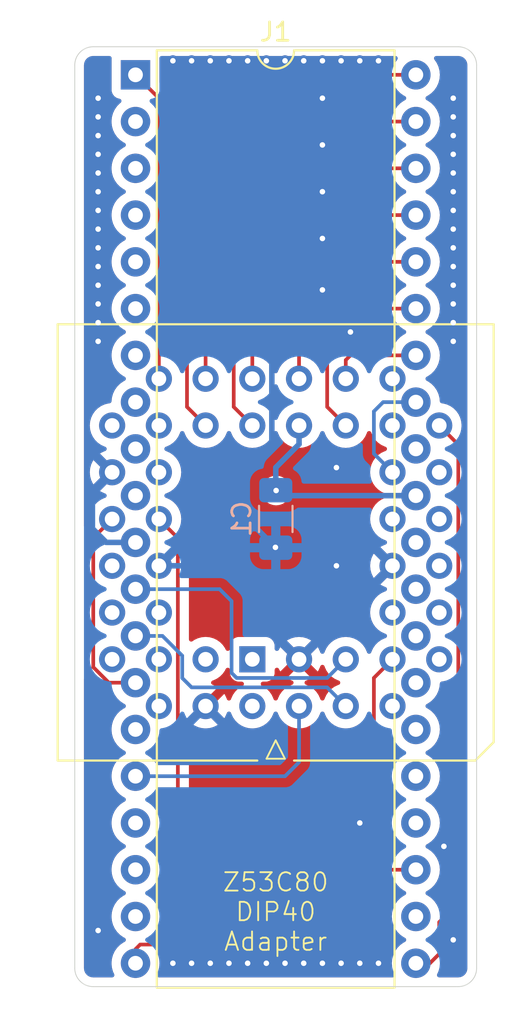
<source format=kicad_pcb>
(kicad_pcb (version 20240108) (generator "pcbnew") (generator_version "8.0")
  (layers (0 "F.Cu" signal) (1 "In1.Cu" signal) (2 "In2.Cu" signal) (31 "B.Cu" signal) (34 "B.Paste" user) (35 "F.Paste" user) (36 "B.SilkS" user "B.Silkscreen") (37 "F.SilkS" user "F.Silkscreen") (38 "B.Mask" user) (39 "F.Mask" user) (44 "Edge.Cuts" user))
  (net 0 "")
  (net 1 "/A2")
  (net 2 "/D1")
  (net 3 "/~{DB1}")
  (net 4 "/~{REQ}")
  (net 5 "/~{DB3}")
  (net 6 "/~{CS}")
  (net 7 "/~{ACK}")
  (net 8 "/~{DB6}")
  (net 9 "/~{DB2}")
  (net 10 "/~{BSY}")
  (net 11 "/~{EOP}")
  (net 12 "/~{DB7}")
  (net 13 "/~{RESET}")
  (net 14 "/~{SEL}")
  (net 15 "GND")
  (net 16 "/D2")
  (net 17 "/~{DB4}")
  (net 18 "/~{IOR}")
  (net 19 "VCC")
  (net 20 "/~{DBP}")
  (net 21 "/A0")
  (net 22 "/D5")
  (net 23 "/D3")
  (net 24 "/~{ATN}")
  (net 25 "/IRQ")
  (net 26 "/D6")
  (net 27 "/~{MSG}")
  (net 28 "/~{DB0}")
  (net 29 "/D7")
  (net 30 "/DRQ")
  (net 31 "/READY")
  (net 32 "/A1")
  (net 33 "/C{slash}~{D}")
  (net 34 "/~{RST}")
  (net 35 "/~{DACK}")
  (net 36 "/D0")
  (net 37 "/D4")
  (net 38 "/~{IOW}")
  (net 39 "/I{slash}~{O}")
  (net 40 "/~{DB5}")
  (footprint "Package_DIP:DIP-40_W15.24mm" (layer "F.Cu") (at 98.298 57.404)
    (property "Reference" "J1" (at 7.62 -2.33 0) (layer "F.SilkS"))
    (property "Value" "DIP40")
    (fp_line (start 1.16 -1.33) (end 1.16 49.59) (stroke (width 0.12)) (layer "F.SilkS"))
    (fp_line (start 1.16 49.59) (end 14.08 49.59) (stroke (width 0.12)) (layer "F.SilkS"))
    (fp_line (start 6.62 -1.33) (end 1.16 -1.33) (stroke (width 0.12)) (layer "F.SilkS"))
    (fp_line (start 14.08 -1.33) (end 8.62 -1.33) (stroke (width 0.12)) (layer "F.SilkS"))
    (fp_line (start 14.08 49.59) (end 14.08 -1.33) (stroke (width 0.12)) (layer "F.SilkS"))
    (fp_arc (start 8.62 -1.33) (mid 7.62 -0.33) (end 6.62 -1.33) (stroke (width 0.12)) (layer "F.SilkS"))
    (pad "1" thru_hole rect (at 0 0) (size 1.6 1.6) (drill 0.8) (layers "*.Cu" "*.Mask") (net 36 "/D0"))
    (pad "2" thru_hole oval (at 0 2.54) (size 1.6 1.6) (drill 0.8) (layers "*.Cu" "*.Mask") (net 12 "/~{DB7}"))
    (pad "3" thru_hole oval (at 0 5.08) (size 1.6 1.6) (drill 0.8) (layers "*.Cu" "*.Mask") (net 8 "/~{DB6}"))
    (pad "4" thru_hole oval (at 0 7.62) (size 1.6 1.6) (drill 0.8) (layers "*.Cu" "*.Mask") (net 40 "/~{DB5}"))
    (pad "5" thru_hole oval (at 0 10.16) (size 1.6 1.6) (drill 0.8) (layers "*.Cu" "*.Mask") (net 17 "/~{DB4}"))
    (pad "6" thru_hole oval (at 0 12.7) (size 1.6 1.6) (drill 0.8) (layers "*.Cu" "*.Mask") (net 5 "/~{DB3}"))
    (pad "7" thru_hole oval (at 0 15.24) (size 1.6 1.6) (drill 0.8) (layers "*.Cu" "*.Mask") (net 9 "/~{DB2}"))
    (pad "8" thru_hole oval (at 0 17.78) (size 1.6 1.6) (drill 0.8) (layers "*.Cu" "*.Mask") (net 3 "/~{DB1}"))
    (pad "9" thru_hole oval (at 0 20.32) (size 1.6 1.6) (drill 0.8) (layers "*.Cu" "*.Mask") (net 28 "/~{DB0}"))
    (pad "10" thru_hole oval (at 0 22.86) (size 1.6 1.6) (drill 0.8) (layers "*.Cu" "*.Mask") (net 20 "/~{DBP}"))
    (pad "11" thru_hole oval (at 0 25.4) (size 1.6 1.6) (drill 0.8) (layers "*.Cu" "*.Mask") (net 15 "GND"))
    (pad "12" thru_hole oval (at 0 27.94) (size 1.6 1.6) (drill 0.8) (layers "*.Cu" "*.Mask") (net 14 "/~{SEL}"))
    (pad "13" thru_hole oval (at 0 30.48) (size 1.6 1.6) (drill 0.8) (layers "*.Cu" "*.Mask") (net 10 "/~{BSY}"))
    (pad "14" thru_hole oval (at 0 33.02) (size 1.6 1.6) (drill 0.8) (layers "*.Cu" "*.Mask") (net 7 "/~{ACK}"))
    (pad "15" thru_hole oval (at 0 35.56) (size 1.6 1.6) (drill 0.8) (layers "*.Cu" "*.Mask") (net 24 "/~{ATN}"))
    (pad "16" thru_hole oval (at 0 38.1) (size 1.6 1.6) (drill 0.8) (layers "*.Cu" "*.Mask") (net 34 "/~{RST}"))
    (pad "17" thru_hole oval (at 0 40.64) (size 1.6 1.6) (drill 0.8) (layers "*.Cu" "*.Mask") (net 39 "/I{slash}~{O}"))
    (pad "18" thru_hole oval (at 0 43.18) (size 1.6 1.6) (drill 0.8) (layers "*.Cu" "*.Mask") (net 33 "/C{slash}~{D}"))
    (pad "19" thru_hole oval (at 0 45.72) (size 1.6 1.6) (drill 0.8) (layers "*.Cu" "*.Mask") (net 27 "/~{MSG}"))
    (pad "20" thru_hole oval (at 0 48.26) (size 1.6 1.6) (drill 0.8) (layers "*.Cu" "*.Mask") (net 4 "/~{REQ}"))
    (pad "21" thru_hole oval (at 15.24 48.26) (size 1.6 1.6) (drill 0.8) (layers "*.Cu" "*.Mask") (net 6 "/~{CS}"))
    (pad "22" thru_hole oval (at 15.24 45.72) (size 1.6 1.6) (drill 0.8) (layers "*.Cu" "*.Mask") (net 30 "/DRQ"))
    (pad "23" thru_hole oval (at 15.24 43.18) (size 1.6 1.6) (drill 0.8) (layers "*.Cu" "*.Mask") (net 25 "/IRQ"))
    (pad "24" thru_hole oval (at 15.24 40.64) (size 1.6 1.6) (drill 0.8) (layers "*.Cu" "*.Mask") (net 18 "/~{IOR}"))
    (pad "25" thru_hole oval (at 15.24 38.1) (size 1.6 1.6) (drill 0.8) (layers "*.Cu" "*.Mask") (net 31 "/READY"))
    (pad "26" thru_hole oval (at 15.24 35.56) (size 1.6 1.6) (drill 0.8) (layers "*.Cu" "*.Mask") (net 35 "/~{DACK}"))
    (pad "27" thru_hole oval (at 15.24 33.02) (size 1.6 1.6) (drill 0.8) (layers "*.Cu" "*.Mask") (net 11 "/~{EOP}"))
    (pad "28" thru_hole oval (at 15.24 30.48) (size 1.6 1.6) (drill 0.8) (layers "*.Cu" "*.Mask") (net 13 "/~{RESET}"))
    (pad "29" thru_hole oval (at 15.24 27.94) (size 1.6 1.6) (drill 0.8) (layers "*.Cu" "*.Mask") (net 38 "/~{IOW}"))
    (pad "30" thru_hole oval (at 15.24 25.4) (size 1.6 1.6) (drill 0.8) (layers "*.Cu" "*.Mask") (net 21 "/A0"))
    (pad "31" thru_hole oval (at 15.24 22.86) (size 1.6 1.6) (drill 0.8) (layers "*.Cu" "*.Mask") (net 19 "VCC"))
    (pad "32" thru_hole oval (at 15.24 20.32) (size 1.6 1.6) (drill 0.8) (layers "*.Cu" "*.Mask") (net 32 "/A1"))
    (pad "33" thru_hole oval (at 15.24 17.78) (size 1.6 1.6) (drill 0.8) (layers "*.Cu" "*.Mask") (net 1 "/A2"))
    (pad "34" thru_hole oval (at 15.24 15.24) (size 1.6 1.6) (drill 0.8) (layers "*.Cu" "*.Mask") (net 29 "/D7"))
    (pad "35" thru_hole oval (at 15.24 12.7) (size 1.6 1.6) (drill 0.8) (layers "*.Cu" "*.Mask") (net 26 "/D6"))
    (pad "36" thru_hole oval (at 15.24 10.16) (size 1.6 1.6) (drill 0.8) (layers "*.Cu" "*.Mask") (net 22 "/D5"))
    (pad "37" thru_hole oval (at 15.24 7.62) (size 1.6 1.6) (drill 0.8) (layers "*.Cu" "*.Mask") (net 37 "/D4"))
    (pad "38" thru_hole oval (at 15.24 5.08) (size 1.6 1.6) (drill 0.8) (layers "*.Cu" "*.Mask") (net 23 "/D3"))
    (pad "39" thru_hole oval (at 15.24 2.54) (size 1.6 1.6) (drill 0.8) (layers "*.Cu" "*.Mask") (net 16 "/D2"))
    (pad "40" thru_hole oval (at 15.24 0) (size 1.6 1.6) (drill 0.8) (layers "*.Cu" "*.Mask") (net 2 "/D1"))
  )
  (footprint "Package_LCC:PLCC-44_THT-Socket" (layer "F.Cu") (at 104.648 89.154 180)
    (property "Reference" "J2" (hide yes))
    (property "Value" "PLCC44")
    (fp_line (start 10.58 18.2) (end 10.58 -5.5) (stroke (width 0.12)) (layer "F.SilkS"))
    (fp_line (start 10.58 -5.5) (end -0.27 -5.5) (stroke (width 0.12)) (layer "F.SilkS"))
    (fp_line (start -2.27 -5.5) (end -12.12 -5.5) (stroke (width 0.12)) (layer "F.SilkS"))
    (fp_line (start -12.12 -5.5) (end -13.12 -4.5) (stroke (width 0.12)) (layer "F.SilkS"))
    (fp_line (start -13.12 18.2) (end 10.58 18.2) (stroke (width 0.12)) (layer "F.SilkS"))
    (fp_line (start -13.12 -4.5) (end -13.12 18.2) (stroke (width 0.12)) (layer "F.SilkS"))
    (pad "1" thru_hole rect (at 0 0 180) (size 1.4224 1.4224) (drill 0.8) (layers "*.Cu" "*.Mask") (net 12 "/~{DB7}"))
    (pad "2" thru_hole circle (at -2.54 -2.54 180) (size 1.4224 1.4224) (drill 0.8) (layers "*.Cu" "*.Mask") (net 34 "/~{RST}"))
    (pad "3" thru_hole circle (at -2.54 0 180) (size 1.4224 1.4224) (drill 0.8) (layers "*.Cu" "*.Mask") (net 15 "GND"))
    (pad "4" thru_hole circle (at -5.08 -2.54 180) (size 1.4224 1.4224) (drill 0.8) (layers "*.Cu" "*.Mask") (net 10 "/~{BSY}"))
    (pad "5" thru_hole circle (at -5.08 0 180) (size 1.4224 1.4224) (drill 0.8) (layers "*.Cu" "*.Mask") (net 14 "/~{SEL}"))
    (pad "6" thru_hole circle (at -7.62 -2.54 180) (size 1.4224 1.4224) (drill 0.8) (layers "*.Cu" "*.Mask") (net 24 "/~{ATN}"))
    (pad "7" thru_hole circle (at -10.16 0 180) (size 1.4224 1.4224) (drill 0.8) (layers "*.Cu" "*.Mask") (net 13 "/~{RESET}"))
    (pad "8" thru_hole circle (at -7.62 0 180) (size 1.4224 1.4224) (drill 0.8) (layers "*.Cu" "*.Mask") (net 25 "/IRQ"))
    (pad "9" thru_hole circle (at -10.16 2.54 180) (size 1.4224 1.4224) (drill 0.8) (layers "*.Cu" "*.Mask") (net 30 "/DRQ"))
    (pad "10" thru_hole circle (at -7.62 2.54 180) (size 1.4224 1.4224) (drill 0.8) (layers "*.Cu" "*.Mask") (net 11 "/~{EOP}"))
    (pad "11" thru_hole circle (at -10.16 5.08 180) (size 1.4224 1.4224) (drill 0.8) (layers "*.Cu" "*.Mask") (net 35 "/~{DACK}"))
    (pad "12" thru_hole circle (at -7.62 5.08 180) (size 1.4224 1.4224) (drill 0.8) (layers "*.Cu" "*.Mask") (net 15 "GND"))
    (pad "13" thru_hole circle (at -10.16 7.62 180) (size 1.4224 1.4224) (drill 0.8) (layers "*.Cu" "*.Mask") (net 31 "/READY"))
    (pad "14" thru_hole circle (at -7.62 7.62 180) (size 1.4224 1.4224) (drill 0.8) (layers "*.Cu" "*.Mask") (net 21 "/A0"))
    (pad "15" thru_hole circle (at -10.16 10.16 180) (size 1.4224 1.4224) (drill 0.8) (layers "*.Cu" "*.Mask") (net 32 "/A1"))
    (pad "16" thru_hole circle (at -7.62 10.16 180) (size 1.4224 1.4224) (drill 0.8) (layers "*.Cu" "*.Mask") (net 1 "/A2"))
    (pad "17" thru_hole circle (at -10.16 12.7 180) (size 1.4224 1.4224) (drill 0.8) (layers "*.Cu" "*.Mask") (net 6 "/~{CS}"))
    (pad "18" thru_hole circle (at -7.62 15.24 180) (size 1.4224 1.4224) (drill 0.8) (layers "*.Cu" "*.Mask") (net 38 "/~{IOW}"))
    (pad "19" thru_hole circle (at -7.62 12.7 180) (size 1.4224 1.4224) (drill 0.8) (layers "*.Cu" "*.Mask") (net 18 "/~{IOR}"))
    (pad "20" thru_hole circle (at -5.08 15.24 180) (size 1.4224 1.4224) (drill 0.8) (layers "*.Cu" "*.Mask") (net 29 "/D7"))
    (pad "21" thru_hole circle (at -5.08 12.7 180) (size 1.4224 1.4224) (drill 0.8) (layers "*.Cu" "*.Mask") (net 26 "/D6"))
    (pad "22" thru_hole circle (at -2.54 15.24 180) (size 1.4224 1.4224) (drill 0.8) (layers "*.Cu" "*.Mask") (net 22 "/D5"))
    (pad "23" thru_hole circle (at -2.54 12.7 180) (size 1.4224 1.4224) (drill 0.8) (layers "*.Cu" "*.Mask") (net 19 "VCC"))
    (pad "24" thru_hole circle (at 0 15.24 180) (size 1.4224 1.4224) (drill 0.8) (layers "*.Cu" "*.Mask") (net 37 "/D4"))
    (pad "25" thru_hole circle (at 0 12.7 180) (size 1.4224 1.4224) (drill 0.8) (layers "*.Cu" "*.Mask") (net 23 "/D3"))
    (pad "26" thru_hole circle (at 2.54 15.24 180) (size 1.4224 1.4224) (drill 0.8) (layers "*.Cu" "*.Mask") (net 16 "/D2"))
    (pad "27" thru_hole circle (at 2.54 12.7 180) (size 1.4224 1.4224) (drill 0.8) (layers "*.Cu" "*.Mask") (net 2 "/D1"))
    (pad "28" thru_hole circle (at 5.08 15.24 180) (size 1.4224 1.4224) (drill 0.8) (layers "*.Cu" "*.Mask") (net 36 "/D0"))
    (pad "29" thru_hole circle (at 7.62 12.7 180) (size 1.4224 1.4224) (drill 0.8) (layers "*.Cu" "*.Mask") (net 27 "/~{MSG}"))
    (pad "30" thru_hole circle (at 5.08 12.7 180) (size 1.4224 1.4224) (drill 0.8) (layers "*.Cu" "*.Mask") (net 33 "/C{slash}~{D}"))
    (pad "31" thru_hole circle (at 7.62 10.16 180) (size 1.4224 1.4224) (drill 0.8) (layers "*.Cu" "*.Mask") (net 15 "GND"))
    (pad "32" thru_hole circle (at 5.08 10.16 180) (size 1.4224 1.4224) (drill 0.8) (layers "*.Cu" "*.Mask") (net 39 "/I{slash}~{O}"))
    (pad "33" thru_hole circle (at 7.62 7.62 180) (size 1.4224 1.4224) (drill 0.8) (layers "*.Cu" "*.Mask") (net 7 "/~{ACK}"))
    (pad "34" thru_hole circle (at 5.08 7.62 180) (size 1.4224 1.4224) (drill 0.8) (layers "*.Cu" "*.Mask") (net 4 "/~{REQ}"))
    (pad "35" thru_hole circle (at 7.62 5.08 180) (size 1.4224 1.4224) (drill 0.8) (layers "*.Cu" "*.Mask") (net 20 "/~{DBP}"))
    (pad "36" thru_hole circle (at 5.08 5.08 180) (size 1.4224 1.4224) (drill 0.8) (layers "*.Cu" "*.Mask") (net 15 "GND"))
    (pad "37" thru_hole circle (at 7.62 2.54 180) (size 1.4224 1.4224) (drill 0.8) (layers "*.Cu" "*.Mask") (net 28 "/~{DB0}"))
    (pad "38" thru_hole circle (at 5.08 2.54 180) (size 1.4224 1.4224) (drill 0.8) (layers "*.Cu" "*.Mask") (net 3 "/~{DB1}"))
    (pad "39" thru_hole circle (at 7.62 0 180) (size 1.4224 1.4224) (drill 0.8) (layers "*.Cu" "*.Mask") (net 9 "/~{DB2}"))
    (pad "40" thru_hole circle (at 5.08 -2.54 180) (size 1.4224 1.4224) (drill 0.8) (layers "*.Cu" "*.Mask") (net 5 "/~{DB3}"))
    (pad "41" thru_hole circle (at 5.08 0 180) (size 1.4224 1.4224) (drill 0.8) (layers "*.Cu" "*.Mask") (net 17 "/~{DB4}"))
    (pad "42" thru_hole circle (at 2.54 -2.54 180) (size 1.4224 1.4224) (drill 0.8) (layers "*.Cu" "*.Mask") (net 15 "GND"))
    (pad "43" thru_hole circle (at 2.54 0 180) (size 1.4224 1.4224) (drill 0.8) (layers "*.Cu" "*.Mask") (net 40 "/~{DB5}"))
    (pad "44" thru_hole circle (at 0 -2.54 180) (size 1.4224 1.4224) (drill 0.8) (layers "*.Cu" "*.Mask") (net 8 "/~{DB6}"))
  )
  (footprint "Capacitor_SMD:C_1206_3216Metric_Pad1.33x1.80mm_HandSolder" (layer "B.Cu") (at 105.923 81.529 -90)
    (property "Reference" "C1" (at 0 1.85 90) (layer "B.SilkS") (effects (justify mirror)))
    (property "Value" "100nF")
    (fp_line (start 0.711252 0.91) (end -0.711252 0.91) (stroke (width 0.12)) (layer "B.SilkS"))
    (fp_line (start 0.711252 -0.91) (end -0.711252 -0.91) (stroke (width 0.12)) (layer "B.SilkS"))
    (pad "1" smd roundrect (at -1.5625 0 270) (size 1.325 1.8) (layers "B.Cu" "B.Paste" "B.Mask") (roundrect_rratio 0.188679) (net 19 "VCC"))
    (pad "2" smd roundrect (at 1.5625 0 270) (size 1.325 1.8) (layers "B.Cu" "B.Paste" "B.Mask") (roundrect_rratio 0.188679) (net 15 "GND"))
  )
  (gr_line (start 105.418 94.554) (end 105.918 93.554) (stroke (width 0.1)) (layer "F.SilkS"))
  (gr_line (start 105.418 94.554) (end 106.418 94.554) (stroke (width 0.1)) (layer "F.SilkS"))
  (gr_line (start 106.418 94.554) (end 105.918 93.554) (stroke (width 0.1)) (layer "F.SilkS"))
  (gr_arc (start 95.996 106.934) (mid 95.288893 106.641107) (end 94.996 105.934) (stroke (width 0.05)) (layer "Edge.Cuts"))
  (gr_line (start 94.996 105.934) (end 94.996 56.88) (stroke (width 0.05)) (layer "Edge.Cuts"))
  (gr_line (start 95.996 55.88) (end 115.84 55.88) (stroke (width 0.05)) (layer "Edge.Cuts"))
  (gr_arc (start 115.84 55.88) (mid 116.547107 56.172893) (end 116.84 56.88) (stroke (width 0.05)) (layer "Edge.Cuts"))
  (gr_line (start 115.84 106.934) (end 95.996 106.934) (stroke (width 0.05)) (layer "Edge.Cuts"))
  (gr_line (start 116.84 56.88) (end 116.84 105.934) (stroke (width 0.05)) (layer "Edge.Cuts"))
  (gr_arc (start 94.996 56.88) (mid 95.288893 56.172893) (end 95.996 55.88) (stroke (width 0.05)) (layer "Edge.Cuts"))
  (gr_arc (start 116.84 105.934) (mid 116.547107 106.641107) (end 115.84 106.934) (stroke (width 0.05)) (layer "Edge.Cuts"))
  (gr_text "Z53C80\nDIP40\nAdapter" (at 105.918 102.87 0) (layer "F.SilkS") (effects (font (size 1 1) (thickness 0.1))))
  (segment (start 113.538 75.184) (end 111.76 75.184) (width 0.2) (layer "B.Cu") (net 1))
  (segment (start 111.2568 75.6872) (end 111.76 75.184) (width 0.2) (layer "B.Cu") (net 1))
  (segment (start 111.2568 77.9828) (end 111.2568 75.6872) (width 0.2) (layer "B.Cu") (net 1))
  (segment (start 112.268 78.994) (end 111.2568 77.9828) (width 0.2) (layer "B.Cu") (net 1))
  (segment (start 101.854 57.404) (end 101.097 58.161) (width 0.2) (layer "F.Cu") (net 2))
  (segment (start 101.097 75.4428) (end 102.108 76.454) (width 0.2) (layer "F.Cu") (net 2))
  (segment (start 113.538 57.404) (end 101.854 57.404) (width 0.2) (layer "F.Cu") (net 2))
  (segment (start 101.097 58.161) (end 101.097 75.4428) (width 0.2) (layer "F.Cu") (net 2))
  (segment (start 100.5999 104.3781) (end 100.33 104.648) (width 0.2) (layer "F.Cu") (net 4))
  (segment (start 99.568 81.534) (end 100.5999 82.5659) (width 0.2) (layer "F.Cu") (net 4))
  (segment (start 98.298 104.902) (end 98.298 105.664) (width 0.2) (layer "F.Cu") (net 4))
  (segment (start 100.5999 82.5659) (end 100.5999 104.3781) (width 0.2) (layer "F.Cu") (net 4))
  (segment (start 100.33 104.648) (end 98.552 104.648) (width 0.2) (layer "F.Cu") (net 4))
  (segment (start 98.552 104.648) (end 98.298 104.902) (width 0.2) (layer "F.Cu") (net 4))
  (segment (start 115.8449 102.3931) (end 115.8449 77.4909) (width 0.2) (layer "F.Cu") (net 6))
  (segment (start 114.808 105.156) (end 114.808 103.43) (width 0.2) (layer "F.Cu") (net 6))
  (segment (start 114.3 105.664) (end 114.808 105.156) (width 0.2) (layer "F.Cu") (net 6))
  (segment (start 115.8449 77.4909) (end 114.808 76.454) (width 0.2) (layer "F.Cu") (net 6))
  (segment (start 114.808 103.43) (end 115.8449 102.3931) (width 0.2) (layer "F.Cu") (net 6))
  (segment (start 113.538 105.664) (end 114.3 105.664) (width 0.2) (layer "F.Cu") (net 6))
  (segment (start 96.8463 90.424) (end 98.298 90.424) (width 0.2) (layer "F.Cu") (net 7))
  (segment (start 96.0016 82.5604) (end 96.0016 89.5793) (width 0.2) (layer "F.Cu") (net 7))
  (segment (start 96.0016 89.5793) (end 96.8463 90.424) (width 0.2) (layer "F.Cu") (net 7))
  (segment (start 97.028 81.534) (end 96.0016 82.5604) (width 0.2) (layer "F.Cu") (net 7))
  (segment (start 100.838 88.9574) (end 100.838 90.17) (width 0.2) (layer "B.Cu") (net 10))
  (segment (start 99.7646 87.884) (end 100.838 88.9574) (width 0.2) (layer "B.Cu") (net 10))
  (segment (start 108.7131 90.6791) (end 109.728 91.694) (width 0.2) (layer "B.Cu") (net 10))
  (segment (start 98.298 87.884) (end 99.7646 87.884) (width 0.2) (layer "B.Cu") (net 10))
  (segment (start 100.838 90.17) (end 101.3471 90.6791) (width 0.2) (layer "B.Cu") (net 10))
  (segment (start 101.3471 90.6791) (end 108.7131 90.6791) (width 0.2) (layer "B.Cu") (net 10))
  (segment (start 109.728 89.154) (end 108.7151 90.1669) (width 0.2) (layer "B.Cu") (net 14))
  (segment (start 102.87 85.344) (end 98.298 85.344) (width 0.2) (layer "B.Cu") (net 14))
  (segment (start 108.7151 90.1669) (end 103.7956 90.1669) (width 0.2) (layer "B.Cu") (net 14))
  (segment (start 103.5196 85.9936) (end 102.87 85.344) (width 0.2) (layer "B.Cu") (net 14))
  (segment (start 103.5196 89.8909) (end 103.5196 85.9936) (width 0.2) (layer "B.Cu") (net 14))
  (segment (start 103.7956 90.1669) (end 103.5196 89.8909) (width 0.2) (layer "B.Cu") (net 14))
  (segment (start 115.57 58.674) (end 115.57 71.882) (width 0.3) (layer "F.Cu") (net 15))
  (segment (start 109.22 84.074) (end 109.22 78.74) (width 0.3) (layer "F.Cu") (net 15))
  (segment (start 111.506 56.642) (end 100.33 56.642) (width 0.3) (layer "F.Cu") (net 15))
  (segment (start 100.33 105.664) (end 111.506 105.664) (width 0.3) (layer "F.Cu") (net 15))
  (segment (start 96.266 58.674) (end 96.266 71.882) (width 0.3) (layer "F.Cu") (net 15))
  (via (at 115.57 68.834) (size 0.6) (drill 0.3) (layers "F.Cu" "B.Cu") (net 15))
  (via (at 96.266 66.802) (size 0.6) (drill 0.3) (layers "F.Cu" "B.Cu") (net 15))
  (via (at 104.394 56.642) (size 0.6) (drill 0.3) (layers "F.Cu" "B.Cu") (net 15))
  (via (at 108.458 66.294) (size 0.6) (drill 0.3) (layers "F.Cu" "B.Cu") (net 15))
  (via (at 96.266 69.85) (size 0.6) (drill 0.3) (layers "F.Cu" "B.Cu") (net 15))
  (via (at 105.41 105.664) (size 0.6) (drill 0.3) (layers "F.Cu" "B.Cu") (net 15))
  (via (at 115.57 60.706) (size 0.6) (drill 0.3) (layers "F.Cu" "B.Cu") (net 15))
  (via (at 96.266 67.818) (size 0.6) (drill 0.3) (layers "F.Cu" "B.Cu") (net 15))
  (via (at 107.442 56.642) (size 0.6) (drill 0.3) (layers "F.Cu" "B.Cu") (net 15))
  (via (at 115.062 99.314) (size 0.6) (drill 0.3) (layers "F.Cu" "B.Cu") (net 15))
  (via (at 115.57 104.394) (size 0.6) (drill 0.3) (layers "F.Cu" "B.Cu") (net 15))
  (via (at 101.346 56.642) (size 0.6) (drill 0.3) (layers "F.Cu" "B.Cu") (net 15))
  (via (at 96.266 63.754) (size 0.6) (drill 0.3) (layers "F.Cu" "B.Cu") (net 15))
  (via (at 108.458 58.674) (size 0.6) (drill 0.3) (layers "F.Cu" "B.Cu") (net 15))
  (via (at 96.266 58.674) (size 0.6) (drill 0.3) (layers "F.Cu" "B.Cu") (net 15))
  (via (at 110.49 105.664) (size 0.6) (drill 0.3) (layers "F.Cu" "B.Cu") (net 15))
  (via (at 115.57 69.85) (size 0.6) (drill 0.3) (layers "F.Cu" "B.Cu") (net 15))
  (via (at 108.458 105.664) (size 0.6) (drill 0.3) (layers "F.Cu" "B.Cu") (net 15))
  (via (at 108.458 63.754) (size 0.6) (drill 0.3) (layers "F.Cu" "B.Cu") (net 15))
  (via (at 109.22 78.74) (size 0.6) (drill 0.3) (layers "F.Cu" "B.Cu") (net 15))
  (via (at 101.346 105.664) (size 0.6) (drill 0.3) (layers "F.Cu" "B.Cu") (net 15))
  (via (at 108.458 56.642) (size 0.6) (drill 0.3) (layers "F.Cu" "B.Cu") (net 15))
  (via (at 109.982 71.374) (size 0.6) (drill 0.3) (layers "F.Cu" "B.Cu") (net 15))
  (via (at 96.266 64.77) (size 0.6) (drill 0.3) (layers "F.Cu" "B.Cu") (net 15))
  (via (at 109.474 56.642) (size 0.6) (drill 0.3) (layers "F.Cu" "B.Cu") (net 15))
  (via (at 115.57 58.674) (size 0.6) (drill 0.3) (layers "F.Cu" "B.Cu") (net 15))
  (via (at 106.426 105.664) (size 0.6) (drill 0.3) (layers "F.Cu" "B.Cu") (net 15))
  (via (at 96.266 70.866) (size 0.6) (drill 0.3) (layers "F.Cu" "B.Cu") (net 15))
  (via (at 102.362 105.664) (size 0.6) (drill 0.3) (layers "F.Cu" "B.Cu") (net 15))
  (via (at 104.394 105.664) (size 0.6) (drill 0.3) (layers "F.Cu" "B.Cu") (net 15))
  (via (at 96.266 65.786) (size 0.6) (drill 0.3) (layers "F.Cu" "B.Cu") (net 15))
  (via (at 96.266 60.706) (size 0.6) (drill 0.3) (layers "F.Cu" "B.Cu") (net 15))
  (via (at 108.458 69.088) (size 0.6) (drill 0.3) (layers "F.Cu" "B.Cu") (net 15))
  (via (at 96.266 62.738) (size 0.6) (drill 0.3) (layers "F.Cu" "B.Cu") (net 15))
  (via (at 109.474 105.664) (size 0.6) (drill 0.3) (layers "F.Cu" "B.Cu") (net 15))
  (via (at 96.266 61.722) (size 0.6) (drill 0.3) (layers "F.Cu" "B.Cu") (net 15))
  (via (at 96.266 59.69) (size 0.6) (drill 0.3) (layers "F.Cu" "B.Cu") (net 15))
  (via (at 115.57 59.69) (size 0.6) (drill 0.3) (layers "F.Cu" "B.Cu") (net 15))
  (via (at 108.458 61.214) (size 0.6) (drill 0.3) (layers "F.Cu" "B.Cu") (net 15))
  (via (at 115.57 65.786) (size 0.6) (drill 0.3) (layers "F.Cu" "B.Cu") (net 15))
  (via (at 102.362 56.642) (size 0.6) (drill 0.3) (layers "F.Cu" "B.Cu") (net 15))
  (via (at 115.57 61.722) (size 0.6) (drill 0.3) (layers "F.Cu" "B.Cu") (net 15))
  (via (at 115.57 64.77) (size 0.6) (drill 0.3) (layers "F.Cu" "B.Cu") (net 15))
  (via (at 109.22 84.074) (size 0.6) (drill 0.3) (layers "F.Cu" "B.Cu") (net 15))
  (via (at 96.266 68.834) (size 0.6) (drill 0.3) (layers "F.Cu" "B.Cu") (net 15))
  (via (at 115.57 66.802) (size 0.6) (drill 0.3) (layers "F.Cu" "B.Cu") (net 15))
  (via (at 110.49 98.044) (size 0.6) (drill 0.3) (layers "F.Cu" "B.Cu") (net 15))
  (via (at 103.378 56.642) (size 0.6) (drill 0.3) (layers "F.Cu" "B.Cu") (net 15))
  (via (at 100.33 105.664) (size 0.6) (drill 0.3) (layers "F.Cu" "B.Cu") (net 15))
  (via (at 103.378 105.664) (size 0.6) (drill 0.3) (layers "F.Cu" "B.Cu") (net 15))
  (via (at 100.33 56.642) (size 0.6) (drill 0.3) (layers "F.Cu" "B.Cu") (net 15))
  (via (at 105.90375 83.07225) (size 0.6) (drill 0.3) (layers "F.Cu" "B.Cu") (net 15))
  (via (at 110.49 56.642) (size 0.6) (drill 0.3) (layers "F.Cu" "B.Cu") (net 15))
  (via (at 96.266 71.882) (size 0.6) (drill 0.3) (layers "F.Cu" "B.Cu") (net 15))
  (via (at 115.57 63.754) (size 0.6) (drill 0.3) (layers "F.Cu" "B.Cu") (net 15))
  (via (at 111.506 56.642) (size 0.6) (drill 0.3) (layers "F.Cu" "B.Cu") (net 15))
  (via (at 96.266 103.886) (size 0.6) (drill 0.3) (layers "F.Cu" "B.Cu") (net 15))
  (via (at 115.57 62.738) (size 0.6) (drill 0.3) (layers "F.Cu" "B.Cu") (net 15))
  (via (at 115.57 71.882) (size 0.6) (drill 0.3) (layers "F.Cu" "B.Cu") (net 15))
  (via (at 115.57 70.866) (size 0.6) (drill 0.3) (layers "F.Cu" "B.Cu") (net 15))
  (via (at 106.426 56.642) (size 0.6) (drill 0.3) (layers "F.Cu" "B.Cu") (net 15))
  (via (at 111.506 105.664) (size 0.6) (drill 0.3) (layers "F.Cu" "B.Cu") (net 15))
  (via (at 115.57 67.818) (size 0.6) (drill 0.3) (layers "F.Cu" "B.Cu") (net 15))
  (via (at 107.442 105.664) (size 0.6) (drill 0.3) (layers "F.Cu" "B.Cu") (net 15))
  (via (at 105.41 56.642) (size 0.6) (drill 0.3) (layers "F.Cu" "B.Cu") (net 15))
  (segment (start 105.923 83.0915) (end 105.923 84.074) (width 0.3) (layer "B.Cu") (net 15))
  (segment (start 105.923 83.0915) (end 105.90375 83.07225) (width 0.3) (layer "B.Cu") (net 15))
  (segment (start 109.22 84.074) (end 108.204 84.074) (width 0.3) (layer "B.Cu") (net 15))
  (segment (start 108.204 84.074) (end 107.188 85.09) (width 0.3) (layer "B.Cu") (net 15))
  (segment (start 98.298 82.804) (end 96.712 82.804) (width 0.3) (layer "B.Cu") (net 15))
  (segment (start 104.902 85.09) (end 105.664 85.09) (width 0.3) (layer "B.Cu") (net 15))
  (segment (start 105.7092 77.4248) (end 105.7092 56.9412) (width 0.3) (layer "B.Cu") (net 15))
  (segment (start 103.886 84.074) (end 104.902 85.09) (width 0.3) (layer "B.Cu") (net 15))
  (segment (start 103.886 78.74) (end 104.14 78.486) (width 0.3) (layer "B.Cu") (net 15))
  (segment (start 105.7092 56.9412) (end 105.41 56.642) (width 0.3) (layer "B.Cu") (net 15))
  (segment (start 104.40825 82.05625) (end 103.886 81.534) (width 0.3) (layer "B.Cu") (net 15))
  (segment (start 103.886 81.534) (end 103.886 78.74) (width 0.3) (layer "B.Cu") (net 15))
  (segment (start 95.9559 82.0479) (end 95.9559 80.0661) (width 0.3) (layer "B.Cu") (net 15))
  (segment (start 99.568 84.074) (end 103.886 84.074) (width 0.3) (layer "B.Cu") (net 15))
  (segment (start 104.88775 82.05625) (end 104.40825 82.05625) (width 0.3) (layer "B.Cu") (net 15))
  (segment (start 105.664 85.09) (end 105.923 85.09) (width 0.3) (layer "B.Cu") (net 15))
  (segment (start 95.9559 80.0661) (end 97.028 78.994) (width 0.3) (layer "B.Cu") (net 15))
  (segment (start 107.188 85.09) (end 105.664 85.09) (width 0.3) (layer "B.Cu") (net 15))
  (segment (start 96.712 82.804) (end 95.9559 82.0479) (width 0.3) (layer "B.Cu") (net 15))
  (segment (start 105.923 84.074) (end 105.923 85.09) (width 0.3) (layer "B.Cu") (net 15))
  (segment (start 105.90375 83.07225) (end 104.88775 82.05625) (width 0.3) (layer "B.Cu") (net 15))
  (segment (start 105.923 85.09) (end 105.923 87.889) (width 0.3) (layer "B.Cu") (net 15))
  (segment (start 105.923 87.889) (end 107.188 89.154) (width 0.3) (layer "B.Cu") (net 15))
  (segment (start 104.648 78.486) (end 105.7092 77.4248) (width 0.3) (layer "B.Cu") (net 15))
  (segment (start 104.14 78.486) (end 104.648 78.486) (width 0.3) (layer "B.Cu") (net 15))
  (segment (start 102.108 73.914) (end 102.108 60.706) (width 0.2) (layer "F.Cu") (net 16))
  (segment (start 102.108 60.706) (end 102.87 59.944) (width 0.2) (layer "F.Cu") (net 16))
  (segment (start 102.87 59.944) (end 113.538 59.944) (width 0.2) (layer "F.Cu") (net 16))
  (via (at 105.94225 79.98575) (size 0.6) (drill 0.3) (layers "F.Cu" "B.Cu") (net 19))
  (segment (start 105.923 78.735) (end 107.188 77.47) (width 0.3) (layer "B.Cu") (net 19))
  (segment (start 105.923 79.9665) (end 105.923 78.735) (width 0.3) (layer "B.Cu") (net 19))
  (segment (start 105.94225 79.98575) (end 105.923 79.9665) (width 0.3) (layer "B.Cu") (net 19))
  (segment (start 113.538 80.264) (end 106.2205 80.264) (width 0.3) (layer "B.Cu") (net 19))
  (segment (start 106.2205 80.264) (end 105.94225 79.98575) (width 0.3) (layer "B.Cu") (net 19))
  (segment (start 107.188 77.47) (end 107.188 76.454) (width 0.3) (layer "B.Cu") (net 19))
  (segment (start 107.188 68.326) (end 107.95 67.564) (width 0.2) (layer "F.Cu") (net 22))
  (segment (start 107.188 73.914) (end 107.188 68.326) (width 0.2) (layer "F.Cu") (net 22))
  (segment (start 107.95 67.564) (end 113.538 67.564) (width 0.2) (layer "F.Cu") (net 22))
  (segment (start 103.637 63.246) (end 103.637 75.4428) (width 0.2) (layer "F.Cu") (net 23))
  (segment (start 103.637 75.4428) (end 104.648 76.454) (width 0.2) (layer "F.Cu") (net 23))
  (segment (start 113.538 62.484) (end 104.399 62.484) (width 0.2) (layer "F.Cu") (net 23))
  (segment (start 104.399 62.484) (end 103.637 63.246) (width 0.2) (layer "F.Cu") (net 23))
  (segment (start 112.014 100.584) (end 113.538 100.584) (width 0.2) (layer "F.Cu") (net 25))
  (segment (start 111.2568 90.1652) (end 111.2568 99.8268) (width 0.2) (layer "F.Cu") (net 25))
  (segment (start 112.268 89.154) (end 111.2568 90.1652) (width 0.2) (layer "F.Cu") (net 25))
  (segment (start 111.2568 99.8268) (end 112.014 100.584) (width 0.2) (layer "F.Cu") (net 25))
  (segment (start 109.728 76.454) (end 108.717 75.4428) (width 0.2) (layer "F.Cu") (net 26))
  (segment (start 109.474 70.104) (end 113.538 70.104) (width 0.2) (layer "F.Cu") (net 26))
  (segment (start 108.717 75.4428) (end 108.717 70.8612) (width 0.2) (layer "F.Cu") (net 26))
  (segment (start 108.717 70.8612) (end 109.474 70.104) (width 0.2) (layer "F.Cu") (net 26))
  (segment (start 109.728 72.898) (end 109.982 72.644) (width 0.2) (layer "F.Cu") (net 29))
  (segment (start 109.728 73.914) (end 109.728 72.898) (width 0.2) (layer "F.Cu") (net 29))
  (segment (start 109.982 72.644) (end 113.538 72.644) (width 0.2) (layer "F.Cu") (net 29))
  (segment (start 106.426 95.504) (end 107.188 94.742) (width 0.2) (layer "B.Cu") (net 34))
  (segment (start 98.298 95.504) (end 106.426 95.504) (width 0.2) (layer "B.Cu") (net 34))
  (segment (start 107.188 94.742) (end 107.188 91.694) (width 0.2) (layer "B.Cu") (net 34))
  (segment (start 99.568 73.914) (end 99.568 58.674) (width 0.2) (layer "F.Cu") (net 36))
  (segment (start 99.568 58.674) (end 98.298 57.404) (width 0.2) (layer "F.Cu") (net 36))
  (segment (start 104.648 73.914) (end 104.648 65.786) (width 0.2) (layer "F.Cu") (net 37))
  (segment (start 105.41 65.024) (end 113.538 65.024) (width 0.2) (layer "F.Cu") (net 37))
  (segment (start 104.648 65.786) (end 105.41 65.024) (width 0.2) (layer "F.Cu") (net 37))
  (zone (net 15) (net_name "GND") (layers "F.Cu" "In1.Cu" "In2.Cu" "B.Cu") (connect_pads (clearance 0.5)) (min_thickness 0.25) (fill yes (thermal_gap 0.5) (thermal_bridge_width 0.5))
    (polygon (pts (xy 90.932 53.34) (xy 119.634 53.34) (xy 119.634 108.966) (xy 90.932 108.966)))
  )
)
</source>
